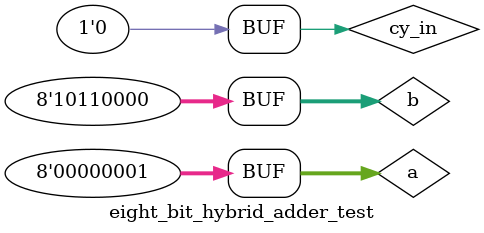
<source format=v>
`timescale 1ns / 1ps


module eight_bit_hybrid_adder_test;

	// Inputs
	reg [7:0] a;
	reg [7:0] b;
	reg cy_in;

	// Outputs
	wire [7:0] sum;
	wire cy_out;

	// Instantiate the Unit Under Test (UUT)
	eight_bit_hybrid_adder uut (
		.a(a), 
		.b(b), 
		.cy_in(cy_in), 
		.sum(sum), 
		.cy_out(cy_out)
	);

	initial begin
		// Initialize Inputs
		a = 0;
		b = 0;
		cy_in = 0;

		// Wait 100 ns for global reset to finish
		#100;
        
		// Add stimulus here
		a = 8'd635;
		b = 8'd400;
		cy_in = 0;
		#100;
		
		a = 8'd51;
		b = 8'd54;
		cy_in = 1;
		#100;
		
		a = 8'd5;
		b = 8'd6;
		cy_in = 1;
		#100;
		
		a = 8'd600;
		b = 8'd785;
		cy_in = 0;
		#100;
		
		a = 8'd513;
		b = 8'd688;
		cy_in = 0;
		#100;
	end
      
endmodule


</source>
